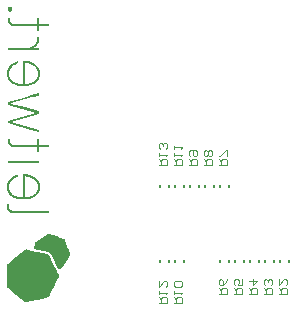
<source format=gbo>
%FSLAX25Y25*%
%MOIN*%
G70*
G01*
G75*
G04 Layer_Color=32896*
%ADD10R,0.03150X0.03150*%
%ADD11R,0.03937X0.03937*%
%ADD12R,0.03740X0.03937*%
%ADD13O,0.01575X0.05906*%
%ADD14R,0.07087X0.07480*%
%ADD15R,0.06299X0.07480*%
%ADD16R,0.07284X0.05315*%
%ADD17R,0.05315X0.07284*%
%ADD18R,0.03937X0.03740*%
%ADD19R,0.08661X0.12992*%
%ADD20R,0.08661X0.03740*%
%ADD21C,0.01969*%
%ADD22C,0.00787*%
%ADD23C,0.01181*%
%ADD24C,0.03937*%
%ADD25O,0.04724X0.07480*%
%ADD26O,0.04134X0.04921*%
%ADD27C,0.07087*%
%ADD28O,0.03937X0.04724*%
%ADD29P,0.06494X8X202.5*%
%ADD30R,0.06000X0.06000*%
%ADD31C,0.23622*%
%ADD32C,0.04724*%
%ADD33C,0.02362*%
%ADD34R,0.03937X0.03937*%
%ADD35C,0.02362*%
%ADD36C,0.00984*%
%ADD37C,0.01000*%
%ADD38C,0.00591*%
%ADD39C,0.00492*%
%ADD40R,0.02559X0.02559*%
%ADD41R,0.03347X0.03347*%
%ADD42R,0.03150X0.03347*%
%ADD43O,0.00984X0.05315*%
%ADD44R,0.06496X0.06890*%
%ADD45R,0.05709X0.06890*%
%ADD46R,0.06693X0.04724*%
%ADD47R,0.04724X0.06693*%
%ADD48R,0.03347X0.03150*%
%ADD49R,0.08071X0.12402*%
%ADD50R,0.08071X0.03150*%
%ADD51R,0.03450X0.03450*%
%ADD52R,0.04237X0.04237*%
%ADD53R,0.04040X0.04237*%
%ADD54O,0.01875X0.06206*%
%ADD55R,0.07387X0.07780*%
%ADD56R,0.06599X0.07780*%
%ADD57R,0.07584X0.05615*%
%ADD58R,0.05615X0.07584*%
%ADD59R,0.04237X0.04040*%
%ADD60R,0.08961X0.13292*%
%ADD61R,0.08961X0.04040*%
%ADD62O,0.05024X0.07780*%
%ADD63O,0.04434X0.05221*%
%ADD64C,0.07387*%
%ADD65O,0.04237X0.05024*%
%ADD66P,0.06819X8X202.5*%
%ADD67R,0.06300X0.06300*%
%ADD68C,0.23922*%
%ADD69C,0.05024*%
%ADD70C,0.00300*%
%ADD71R,0.04237X0.04237*%
%ADD72R,0.03347X0.03347*%
G36*
X-71130Y-6169D02*
D01*
X-70627Y-6217D01*
D01*
X-70140Y-6303D01*
X-70140D01*
X-69669Y-6419D01*
X-69669Y-6419D01*
X-69221Y-6569D01*
X-69221D01*
X-68801Y-6748D01*
X-68801Y-6748D01*
X-68407Y-6960D01*
X-68407D01*
X-68041Y-7203D01*
Y-7203D01*
X-67715Y-7476D01*
Y-7476D01*
X-67417Y-7783D01*
D01*
X-67160Y-8117D01*
D01*
X-66936Y-8485D01*
X-66760Y-8882D01*
X-66632Y-9308D01*
D01*
X-66558Y-9763D01*
D01*
X-66529Y-10247D01*
X-66561Y-10772D01*
D01*
X-66641Y-11266D01*
D01*
X-66789Y-11721D01*
X-66988Y-12137D01*
X-67237Y-12522D01*
D01*
X-67519Y-12874D01*
X-67519D01*
X-67846Y-13191D01*
D01*
X-68205Y-13476D01*
X-68205D01*
X-68602Y-13729D01*
X-68602Y-13729D01*
X-69025Y-13947D01*
X-69025Y-13947D01*
X-69486Y-14130D01*
X-69486Y-14130D01*
X-69973Y-14281D01*
D01*
X-70480Y-14399D01*
X-70480D01*
X-71002Y-14482D01*
D01*
X-71527Y-14530D01*
D01*
X-72069Y-14550D01*
X-72633Y-14534D01*
D01*
X-73174Y-14482D01*
D01*
X-73693Y-14402D01*
X-73693D01*
X-74193Y-14290D01*
D01*
X-74667Y-14143D01*
D01*
X-75109Y-13963D01*
X-75109Y-13963D01*
X-75519Y-13752D01*
D01*
X-75897Y-13505D01*
D01*
X-76237Y-13227D01*
X-76541Y-12916D01*
D01*
X-76810Y-12570D01*
D01*
X-77038Y-12195D01*
X-77220Y-11785D01*
X-77349Y-11343D01*
D01*
X-77425Y-10869D01*
D01*
X-77454Y-10359D01*
X-77394Y-9542D01*
X-77211Y-8812D01*
D01*
X-76907Y-8164D01*
X-76477Y-7601D01*
D01*
X-75936Y-7126D01*
X-75292Y-6742D01*
D01*
X-74536Y-6447D01*
X-73674Y-6245D01*
Y-6944D01*
X-74369Y-7132D01*
X-74369Y-7132D01*
X-74369D01*
X-74975Y-7389D01*
X-74975Y-7389D01*
X-74975D01*
X-75510Y-7706D01*
X-75510Y-7706D01*
X-75510D01*
X-75959Y-8091D01*
X-75959Y-8091D01*
X-75959Y-8091D01*
X-76321Y-8546D01*
X-76321Y-8546D01*
X-76321Y-8546D01*
X-76574Y-9071D01*
Y-9071D01*
X-76574Y-9071D01*
X-76731Y-9673D01*
Y-9673D01*
X-76731Y-9673D01*
X-76782Y-10349D01*
Y-10350D01*
Y-10350D01*
X-76756Y-10769D01*
Y-10769D01*
Y-10769D01*
X-76689Y-11167D01*
X-76689Y-11167D01*
Y-11167D01*
X-76574Y-11535D01*
X-76574Y-11535D01*
Y-11535D01*
X-76420Y-11875D01*
X-76420Y-11875D01*
Y-11875D01*
X-76218Y-12189D01*
X-76218Y-12189D01*
Y-12189D01*
X-75987Y-12477D01*
D01*
X-75987Y-12477D01*
X-75721Y-12737D01*
X-75721D01*
X-75721Y-12737D01*
X-75420Y-12967D01*
X-75420D01*
Y-12967D01*
X-75097Y-13172D01*
X-75097D01*
X-75097Y-13172D01*
X-74741Y-13349D01*
X-74741D01*
X-74363Y-13502D01*
X-74363D01*
X-74363Y-13502D01*
X-73962Y-13624D01*
X-73962D01*
D01*
X-73539Y-13724D01*
D01*
X-73539Y-13724D01*
X-73110Y-13794D01*
X-73110D01*
D01*
X-72668Y-13836D01*
X-72668D01*
X-72668D01*
X-72216Y-13848D01*
X-72216D01*
D01*
X-72094D01*
X-72094Y-13848D01*
X-72094Y-13848D01*
X-72094Y-13848D01*
X-72094Y-13848D01*
X-72097D01*
Y-6169D01*
X-71998D01*
D01*
X-71998D01*
X-71947Y-6165D01*
D01*
X-71947D01*
X-71883Y-6159D01*
D01*
X-71819Y-6156D01*
D01*
X-71755Y-6152D01*
X-71697D01*
D01*
X-71697D01*
X-71649Y-6149D01*
X-71130Y-6169D01*
D02*
G37*
G36*
X-66773Y-2516D02*
X-77211D01*
Y-1814D01*
X-66773D01*
Y-2516D01*
D02*
G37*
G36*
X-66770Y3684D02*
X-66770Y3684D01*
X-66769Y3684D01*
X-63521D01*
Y2985D01*
X-66769D01*
X-66770Y2985D01*
X-66770Y2985D01*
Y1230D01*
X-67442D01*
Y2982D01*
X-67442Y2982D01*
X-67442Y2982D01*
X-75151D01*
X-75523Y3011D01*
D01*
X-75853Y3078D01*
X-76128Y3175D01*
D01*
X-76368Y3300D01*
X-76573Y3447D01*
D01*
X-76746Y3610D01*
Y3610D01*
X-76887Y3796D01*
D01*
X-77006Y3995D01*
D01*
X-77092Y4213D01*
D01*
X-77156Y4443D01*
Y4443D01*
X-77195Y4690D01*
D01*
X-77217Y4946D01*
D01*
X-77224Y5206D01*
X-77220Y5469D01*
D01*
X-77208Y5731D01*
X-76542D01*
Y5264D01*
X-76535Y5052D01*
D01*
Y5052D01*
X-76516Y4856D01*
D01*
Y4856D01*
X-76490Y4674D01*
X-76490Y4674D01*
Y4674D01*
X-76439Y4504D01*
X-76439Y4504D01*
Y4504D01*
X-76369Y4350D01*
X-76369Y4350D01*
D01*
X-76285Y4209D01*
X-76285Y4209D01*
X-76285Y4209D01*
X-76176Y4084D01*
X-76176Y4084D01*
Y4084D01*
X-76048Y3978D01*
X-76048Y3978D01*
X-76048Y3978D01*
X-75894Y3886D01*
X-75894D01*
X-75894Y3886D01*
X-75725Y3812D01*
X-75725D01*
X-75725Y3812D01*
X-75526Y3757D01*
D01*
X-75526Y3757D01*
X-75295Y3716D01*
X-75295D01*
X-75295D01*
X-75032Y3693D01*
X-75032D01*
D01*
X-74731Y3684D01*
X-74731D01*
D01*
X-67445D01*
X-67445Y3684D01*
X-67445Y3684D01*
Y5750D01*
X-66770D01*
Y3684D01*
D02*
G37*
G36*
X-63296Y-26007D02*
X-62111Y-26421D01*
X-60922Y-26837D01*
X-59734Y-27254D01*
X-58551Y-27667D01*
X-58551D01*
X-58455Y-27718D01*
X-58359Y-27795D01*
D01*
X-58286Y-27888D01*
X-58231Y-27984D01*
D01*
X-57815Y-29169D01*
X-57401Y-30358D01*
X-56991Y-31544D01*
X-56575Y-32729D01*
X-56575Y-32729D01*
X-56549Y-32838D01*
X-56552Y-32960D01*
D01*
X-56581Y-33075D01*
X-56623Y-33178D01*
D01*
X-57292Y-34241D01*
X-58632Y-36369D01*
X-59298Y-37432D01*
X-59368Y-37516D01*
Y-37516D01*
X-59461Y-37589D01*
X-59574Y-37644D01*
D01*
X-59679Y-37672D01*
D01*
X-59868Y-37695D01*
X-60063Y-37714D01*
X-60445Y-37759D01*
X-61044Y-36519D01*
X-61640Y-35283D01*
X-62835Y-32803D01*
X-62835Y-32803D01*
Y-32803D01*
X-62982Y-32572D01*
X-62982Y-32572D01*
X-62982Y-32572D01*
X-63184Y-32370D01*
X-63184Y-32370D01*
X-63184Y-32370D01*
X-63424Y-32216D01*
X-63424Y-32216D01*
X-63424Y-32216D01*
X-63687Y-32123D01*
X-63687D01*
D01*
X-68451Y-31034D01*
X-68342Y-30073D01*
X-68294Y-29592D01*
D01*
X-68237Y-29112D01*
D01*
X-68208Y-29006D01*
X-68157Y-28901D01*
X-68083Y-28804D01*
D01*
X-67996Y-28734D01*
X-67996D01*
X-64808Y-26725D01*
X-63742Y-26059D01*
X-63642Y-26011D01*
X-63521Y-25988D01*
D01*
X-63405Y-25985D01*
X-63296Y-26007D01*
D02*
G37*
G36*
X-71063Y-31198D02*
X-71063D01*
X-69259Y-31608D01*
X-69259Y-31608D01*
X-67452Y-32021D01*
X-65654Y-32431D01*
X-63851Y-32845D01*
X-63851Y-32845D01*
X-63748Y-32883D01*
X-63687Y-32922D01*
X-63649Y-32947D01*
X-63649Y-32947D01*
X-63559Y-33030D01*
X-63559Y-33031D01*
X-63542Y-33059D01*
X-63502Y-33123D01*
X-62931Y-34302D01*
X-62361Y-35485D01*
X-61794Y-36667D01*
X-61227Y-37846D01*
Y-37846D01*
X-60990Y-38330D01*
X-60756Y-38817D01*
X-60291Y-39784D01*
X-60259Y-39890D01*
X-60243Y-40008D01*
X-60259Y-40130D01*
D01*
X-60291Y-40233D01*
X-61092Y-41899D01*
X-61896Y-43565D01*
X-62701Y-45231D01*
X-63502Y-46897D01*
X-63559Y-46990D01*
X-63649Y-47073D01*
D01*
X-63748Y-47137D01*
X-63851Y-47175D01*
X-65654Y-47589D01*
X-67452Y-48002D01*
X-71063Y-48822D01*
X-71063D01*
X-71172Y-48832D01*
X-71287Y-48816D01*
X-71406Y-48777D01*
X-71498Y-48723D01*
X-71498D01*
X-72943Y-47570D01*
X-74388Y-46419D01*
X-74388D01*
X-77281Y-44113D01*
Y-44113D01*
X-77358Y-44032D01*
D01*
X-77419Y-43930D01*
D01*
X-77461Y-43818D01*
X-77474Y-43709D01*
Y-36311D01*
X-77461Y-36202D01*
X-77419Y-36090D01*
D01*
X-77358Y-35988D01*
X-77281Y-35908D01*
Y-35908D01*
X-75833Y-34754D01*
X-74388Y-33604D01*
X-72943Y-32451D01*
X-71498Y-31297D01*
D01*
X-71406Y-31239D01*
X-71287Y-31204D01*
D01*
X-71172Y-31188D01*
X-71063Y-31198D01*
D02*
G37*
G36*
X-76853Y-16398D02*
Y-16633D01*
D01*
Y-16633D01*
X-76849Y-16853D01*
Y-16853D01*
Y-16853D01*
X-76833Y-17059D01*
Y-17059D01*
Y-17059D01*
X-76804Y-17248D01*
X-76804Y-17248D01*
D01*
X-76763Y-17424D01*
Y-17424D01*
X-76699Y-17584D01*
X-76699Y-17584D01*
Y-17584D01*
X-76618Y-17728D01*
X-76618Y-17728D01*
Y-17728D01*
X-76522Y-17860D01*
X-76522Y-17860D01*
X-76522Y-17860D01*
X-76404Y-17972D01*
X-76404D01*
X-76404Y-17972D01*
X-76266Y-18065D01*
X-76266D01*
X-76266Y-18065D01*
X-76112Y-18142D01*
X-76112D01*
X-76112Y-18142D01*
X-75930Y-18199D01*
X-75930D01*
X-75930Y-18199D01*
X-75721Y-18241D01*
X-75721D01*
D01*
X-75481Y-18267D01*
X-75481D01*
D01*
X-75209Y-18276D01*
X-75209D01*
D01*
X-63524D01*
Y-19003D01*
X-75590D01*
X-75929Y-18971D01*
X-75929D01*
X-76227Y-18904D01*
X-76227D01*
X-76477Y-18801D01*
D01*
X-76698Y-18670D01*
X-76881Y-18519D01*
Y-18519D01*
X-77044Y-18350D01*
D01*
X-77172Y-18161D01*
D01*
X-77278Y-17952D01*
X-77358Y-17725D01*
X-77358Y-17725D01*
X-77416Y-17485D01*
Y-17485D01*
X-77451Y-17232D01*
D01*
X-77464Y-16966D01*
X-77474Y-16696D01*
X-77470Y-16424D01*
D01*
X-77461Y-16146D01*
X-76849D01*
X-76853Y-16398D01*
D02*
G37*
G36*
X-66770Y44025D02*
X-66770Y44025D01*
X-66769Y44025D01*
X-63521D01*
Y43323D01*
X-66769D01*
X-66770Y43323D01*
X-66770Y43323D01*
Y41568D01*
X-67442D01*
Y43323D01*
X-67442Y43323D01*
X-67442Y43323D01*
X-74728D01*
D01*
X-74728D01*
X-75151Y43319D01*
X-75523Y43353D01*
D01*
X-75853Y43416D01*
X-76128Y43516D01*
D01*
X-76368Y43640D01*
X-76573Y43785D01*
D01*
X-76746Y43951D01*
Y43951D01*
X-76887Y44134D01*
D01*
X-77006Y44336D01*
D01*
X-77092Y44550D01*
X-77092Y44550D01*
X-77156Y44781D01*
Y44781D01*
X-77195Y45028D01*
D01*
X-77217Y45284D01*
D01*
X-77224Y45543D01*
X-77220Y45806D01*
D01*
X-77208Y46072D01*
X-76542D01*
Y45605D01*
X-76535Y45393D01*
D01*
Y45393D01*
X-76516Y45194D01*
X-76490Y45011D01*
X-76490Y45011D01*
Y45011D01*
X-76439Y44845D01*
X-76439Y44845D01*
Y44845D01*
X-76369Y44690D01*
X-76369Y44690D01*
D01*
X-76285Y44550D01*
X-76285Y44550D01*
X-76285Y44550D01*
X-76176Y44425D01*
X-76176Y44425D01*
Y44425D01*
X-76048Y44316D01*
X-76048Y44316D01*
X-76048Y44316D01*
X-75894Y44226D01*
X-75894D01*
X-75894Y44226D01*
X-75725Y44152D01*
X-75725D01*
X-75725Y44152D01*
X-75526Y44095D01*
X-75526D01*
X-75526Y44095D01*
X-75295Y44057D01*
X-75295D01*
D01*
X-75032Y44031D01*
X-75032D01*
X-75032D01*
X-74731Y44025D01*
X-67445D01*
X-67445Y44025D01*
X-67445Y44025D01*
Y46091D01*
X-66770D01*
Y44025D01*
D02*
G37*
G36*
X-66715Y39219D02*
X-66738Y38905D01*
D01*
X-66792Y38597D01*
Y38597D01*
X-66866Y38293D01*
D01*
X-66962Y38001D01*
D01*
X-67074Y37722D01*
X-67212Y37456D01*
Y37456D01*
X-67359Y37203D01*
D01*
X-67529Y36969D01*
X-67529D01*
X-67718Y36752D01*
X-67920Y36556D01*
D01*
X-68134Y36378D01*
D01*
X-68362Y36216D01*
D01*
X-68596Y36085D01*
X-68839Y35983D01*
X-68839D01*
X-69089Y35902D01*
X-69089Y35902D01*
X-69089Y35902D01*
X-69089Y35902D01*
X-69089Y35902D01*
Y35902D01*
X-69089Y35902D01*
Y35848D01*
X-69089Y35848D01*
X-69089Y35848D01*
X-69089Y35848D01*
X-69089Y35848D01*
Y35851D01*
X-66770D01*
Y35150D01*
X-77208D01*
Y35851D01*
X-71505D01*
D01*
X-71505D01*
X-71216Y35865D01*
D01*
X-71216D01*
X-70957Y35884D01*
X-70714Y35909D01*
D01*
X-70713D01*
X-70489Y35944D01*
D01*
X-70489D01*
X-70281Y35983D01*
X-70281Y35983D01*
X-70082Y36031D01*
D01*
X-70082D01*
X-69893Y36085D01*
D01*
X-69893D01*
X-69714Y36146D01*
X-69714Y36146D01*
X-69550Y36213D01*
X-69550D01*
X-69387Y36290D01*
X-69387Y36290D01*
D01*
X-69230Y36377D01*
X-69230D01*
X-69089Y36466D01*
X-69089Y36466D01*
D01*
X-68945Y36569D01*
X-68945D01*
X-68801Y36678D01*
X-68801D01*
X-68647Y36796D01*
Y36796D01*
X-68647D01*
X-68499Y36922D01*
Y36922D01*
X-68499D01*
X-68186Y37248D01*
X-68186Y37248D01*
X-67929Y37581D01*
X-67929Y37581D01*
X-67929Y37581D01*
X-67734Y37924D01*
Y37924D01*
X-67734Y37924D01*
X-67605Y38276D01*
Y38276D01*
D01*
X-67519Y38623D01*
D01*
X-67519Y38623D01*
X-67474Y38946D01*
Y38946D01*
Y38946D01*
X-67458Y39253D01*
Y39253D01*
Y39253D01*
X-67484Y39539D01*
X-66715D01*
Y39219D01*
D02*
G37*
G36*
X-71130Y31664D02*
D01*
X-70627Y31613D01*
D01*
X-70140Y31529D01*
X-70140D01*
X-69669Y31414D01*
X-69669Y31414D01*
X-69221Y31263D01*
X-69221D01*
X-68801Y31084D01*
X-68801Y31084D01*
X-68407Y30873D01*
X-68407D01*
X-68041Y30629D01*
D01*
X-67715Y30354D01*
X-67417Y30049D01*
D01*
X-67160Y29713D01*
D01*
X-66936Y29344D01*
D01*
X-66763Y28947D01*
D01*
X-66632Y28520D01*
Y28520D01*
X-66558Y28066D01*
D01*
X-66529Y27582D01*
X-66561Y27056D01*
D01*
X-66648Y26567D01*
Y26567D01*
X-66789Y26111D01*
X-66991Y25692D01*
X-67237Y25307D01*
D01*
X-67519Y24955D01*
X-67519D01*
X-67846Y24638D01*
Y24638D01*
X-68205Y24353D01*
X-68205D01*
X-68602Y24103D01*
D01*
X-69025Y23885D01*
D01*
X-69486Y23702D01*
X-69486Y23702D01*
X-69973Y23551D01*
D01*
X-70483Y23433D01*
X-70483D01*
X-71002Y23350D01*
D01*
X-71527Y23299D01*
D01*
X-72072Y23283D01*
X-72633Y23299D01*
D01*
X-73174Y23347D01*
D01*
X-73696Y23430D01*
X-73696D01*
X-74193Y23542D01*
X-74193D01*
X-74667Y23690D01*
D01*
X-75109Y23866D01*
X-75109Y23866D01*
X-75519Y24081D01*
X-75519D01*
X-75897Y24327D01*
X-75897D01*
X-76237Y24606D01*
X-76541Y24917D01*
Y24917D01*
X-76810Y25259D01*
Y25259D01*
X-77038Y25637D01*
X-77220Y26044D01*
D01*
X-77349Y26486D01*
D01*
X-77425Y26963D01*
D01*
X-77454Y27473D01*
X-77394Y28290D01*
D01*
X-77211Y29021D01*
X-76907Y29667D01*
X-76477Y30231D01*
X-75936Y30706D01*
X-75292Y31090D01*
X-75292D01*
X-74536Y31385D01*
X-74536Y31385D01*
X-73674Y31587D01*
Y30885D01*
X-74369Y30696D01*
X-74369Y30696D01*
X-74369D01*
X-74975Y30443D01*
X-74975Y30443D01*
X-74975D01*
X-75510Y30123D01*
X-75510Y30123D01*
X-75510Y30123D01*
X-75959Y29739D01*
X-75959Y29739D01*
X-75959D01*
X-76321Y29287D01*
X-76321Y29287D01*
X-76321Y29287D01*
X-76574Y28758D01*
Y28758D01*
X-76574Y28758D01*
X-76731Y28155D01*
Y28155D01*
X-76731Y28155D01*
X-76782Y27480D01*
Y27479D01*
Y27479D01*
X-76756Y27060D01*
Y27060D01*
Y27060D01*
X-76689Y26663D01*
X-76689Y26663D01*
Y26663D01*
X-76574Y26294D01*
X-76574Y26294D01*
Y26294D01*
X-76420Y25954D01*
X-76420Y25954D01*
Y25954D01*
X-76218Y25637D01*
X-76218Y25637D01*
Y25637D01*
X-75987Y25352D01*
D01*
X-75987Y25352D01*
X-75721Y25092D01*
X-75721D01*
X-75721Y25092D01*
X-75420Y24861D01*
X-75420D01*
Y24861D01*
X-75097Y24656D01*
X-75097D01*
X-75097Y24656D01*
X-74741Y24480D01*
X-74741D01*
X-74363Y24330D01*
X-74363D01*
D01*
X-73962Y24205D01*
X-73962D01*
D01*
X-73539Y24108D01*
D01*
X-73539Y24108D01*
X-73110Y24038D01*
X-73110D01*
D01*
X-72668Y23997D01*
X-72668D01*
D01*
X-72216Y23984D01*
X-72216D01*
D01*
X-72094D01*
X-72094Y23984D01*
X-72094Y23984D01*
X-72094Y23984D01*
X-72094Y23984D01*
X-72097D01*
Y31660D01*
X-72053D01*
D01*
X-72053D01*
X-71998Y31664D01*
X-71947Y31666D01*
X-71883Y31670D01*
D01*
X-71883D01*
X-71819Y31676D01*
X-71755D01*
D01*
X-71755D01*
X-71697Y31679D01*
X-71649D01*
X-71130Y31664D01*
D02*
G37*
G36*
X-66773Y20111D02*
X-69160Y19448D01*
X-69160D01*
X-71547Y18784D01*
X-71547D01*
X-73930Y18118D01*
X-76311Y17455D01*
X-76311Y17455D01*
X-76311Y17455D01*
X-76311Y17454D01*
X-76311Y17454D01*
Y17454D01*
X-76311Y17454D01*
Y17416D01*
X-76311Y17416D01*
X-76311Y17416D01*
X-76311Y17416D01*
X-76311Y17416D01*
X-76311Y17416D01*
X-76311Y17416D01*
X-71547Y16115D01*
X-71547D01*
D01*
X-69160Y15465D01*
X-66773Y14814D01*
Y13872D01*
X-69160Y13226D01*
X-71547Y12581D01*
D01*
X-71547D01*
X-76311Y11287D01*
X-76311Y11287D01*
X-76311Y11287D01*
X-76311Y11287D01*
X-76311Y11287D01*
X-76311Y11287D01*
X-76311Y11287D01*
Y11251D01*
X-76311Y11251D01*
X-76311Y11251D01*
X-76311Y11251D01*
X-76311Y11251D01*
X-76311Y11251D01*
X-76311Y11251D01*
X-73930Y10585D01*
X-73930D01*
D01*
X-71547Y9915D01*
X-69160Y9245D01*
X-69160D01*
D01*
X-66773Y8576D01*
Y7820D01*
X-69384Y8570D01*
X-77208Y10829D01*
Y11713D01*
X-74840Y12370D01*
X-70114Y13676D01*
D01*
X-70114D01*
X-67747Y14334D01*
X-67747Y14334D01*
X-67747Y14334D01*
X-67746Y14334D01*
X-67746Y14334D01*
Y14334D01*
X-67746Y14334D01*
Y14369D01*
X-67746Y14369D01*
Y14369D01*
X-67746Y14369D01*
X-67747Y14369D01*
X-67747Y14369D01*
X-67747Y14369D01*
X-70114Y15020D01*
X-72476Y15673D01*
D01*
X-77208Y16974D01*
Y17842D01*
X-74597Y18605D01*
X-71992Y19363D01*
X-69384Y20126D01*
X-66773Y20886D01*
Y20111D01*
D02*
G37*
G36*
X-76170Y49625D02*
X-75914Y49448D01*
X-75741Y49193D01*
X-75677Y48875D01*
X-75741Y48558D01*
X-75914Y48299D01*
X-76170Y48126D01*
X-76490Y48062D01*
X-76807Y48126D01*
X-77064Y48299D01*
X-77240Y48558D01*
X-77301Y48875D01*
X-77240Y49193D01*
X-77064Y49448D01*
X-76807Y49625D01*
X-76490Y49689D01*
X-76170Y49625D01*
D02*
G37*
%LPC*%
G36*
X-71418Y30959D02*
X-71418D01*
X-71418D01*
X-71418Y30959D01*
X-71418Y30959D01*
Y30959D01*
X-71418D01*
X-71418Y30959D01*
X-71419Y30959D01*
Y30959D01*
D01*
Y24003D01*
Y24003D01*
Y24003D01*
X-71418Y24003D01*
X-71418Y24003D01*
X-71418Y24003D01*
D01*
X-71418Y24003D01*
X-71418Y24003D01*
X-71418D01*
X-71418D01*
X-71021Y24042D01*
D01*
X-71021D01*
X-70624Y24103D01*
D01*
X-70624D01*
X-70227Y24189D01*
D01*
X-70226D01*
X-69839Y24298D01*
D01*
X-69839D01*
X-69467Y24432D01*
X-69467Y24432D01*
X-69467D01*
X-69118Y24589D01*
X-69118Y24589D01*
X-69118D01*
X-68791Y24772D01*
X-68791Y24772D01*
X-68791D01*
X-68493Y24984D01*
D01*
X-68493Y24984D01*
X-68217Y25218D01*
Y25218D01*
X-68217D01*
X-67964Y25477D01*
Y25477D01*
X-67964Y25477D01*
X-67750Y25765D01*
Y25765D01*
X-67750D01*
X-67554Y26076D01*
Y26076D01*
X-67554Y26076D01*
X-67404Y26412D01*
Y26412D01*
X-67404Y26412D01*
X-67288Y26775D01*
Y26775D01*
X-67288Y26775D01*
X-67221Y27162D01*
Y27162D01*
Y27162D01*
X-67202Y27572D01*
Y27572D01*
Y27572D01*
X-67221Y27960D01*
Y27960D01*
Y27960D01*
X-67285Y28325D01*
X-67285Y28325D01*
Y28325D01*
X-67397Y28668D01*
X-67397Y28668D01*
Y28668D01*
X-67548Y28989D01*
X-67548Y28989D01*
Y28989D01*
X-67730Y29287D01*
X-67730Y29287D01*
Y29287D01*
X-67952Y29562D01*
D01*
X-67952Y29562D01*
X-68195Y29815D01*
X-68195Y29815D01*
D01*
X-68471Y30046D01*
X-68471Y30046D01*
D01*
X-68772Y30248D01*
X-68772D01*
X-68772Y30248D01*
X-69092Y30428D01*
X-69092D01*
X-69092Y30428D01*
X-69438Y30578D01*
X-69438Y30578D01*
X-69807Y30700D01*
X-69807D01*
D01*
X-70194Y30799D01*
D01*
X-70194Y30799D01*
X-70595Y30876D01*
X-70595D01*
D01*
X-71002Y30930D01*
X-71002D01*
X-71002D01*
X-71418Y30959D01*
D02*
G37*
G36*
Y-6870D02*
X-71418D01*
X-71418D01*
X-71418Y-6870D01*
X-71418Y-6870D01*
Y-6870D01*
X-71418D01*
X-71418Y-6870D01*
X-71419Y-6870D01*
Y-6870D01*
Y-6870D01*
Y-13829D01*
Y-13829D01*
Y-13829D01*
X-71418Y-13829D01*
X-71418Y-13829D01*
X-71418Y-13829D01*
D01*
X-71418Y-13829D01*
X-71418Y-13829D01*
X-71418D01*
X-71418D01*
X-71021Y-13791D01*
D01*
X-71021D01*
X-70624Y-13727D01*
D01*
X-70624D01*
X-70227Y-13640D01*
D01*
X-70226D01*
X-69839Y-13531D01*
D01*
X-69839D01*
X-69467Y-13400D01*
X-69467Y-13400D01*
X-69467D01*
X-69118Y-13240D01*
X-69118Y-13240D01*
D01*
X-68791Y-13057D01*
X-68791Y-13057D01*
X-68791D01*
X-68493Y-12845D01*
D01*
X-68493Y-12845D01*
X-68217Y-12612D01*
Y-12612D01*
X-68217D01*
X-67964Y-12352D01*
Y-12352D01*
X-67964Y-12352D01*
X-67750Y-12067D01*
Y-12067D01*
X-67750D01*
X-67554Y-11756D01*
Y-11756D01*
X-67554Y-11756D01*
X-67404Y-11420D01*
Y-11420D01*
X-67404Y-11420D01*
X-67288Y-11058D01*
Y-11058D01*
X-67288Y-11058D01*
X-67221Y-10670D01*
Y-10670D01*
Y-10670D01*
X-67202Y-10260D01*
Y-10260D01*
Y-10260D01*
X-67221Y-9872D01*
Y-9872D01*
Y-9872D01*
X-67285Y-9507D01*
X-67285Y-9507D01*
Y-9507D01*
X-67397Y-9164D01*
X-67397Y-9164D01*
Y-9164D01*
X-67548Y-8844D01*
X-67548Y-8844D01*
Y-8844D01*
X-67730Y-8542D01*
X-67730Y-8542D01*
Y-8542D01*
X-67952Y-8270D01*
D01*
X-67952Y-8270D01*
X-68195Y-8017D01*
X-68195Y-8017D01*
D01*
X-68471Y-7789D01*
X-68471Y-7789D01*
D01*
X-68772Y-7584D01*
X-68772D01*
X-68772Y-7584D01*
X-69092Y-7405D01*
X-69092D01*
X-69438Y-7254D01*
X-69438D01*
X-69438Y-7254D01*
X-69807Y-7129D01*
X-69807D01*
D01*
X-70194Y-7030D01*
X-70194Y-7030D01*
X-70595Y-6956D01*
X-70595D01*
D01*
X-71002Y-6902D01*
X-71418Y-6870D01*
D02*
G37*
%LPD*%
D22*
X-6575Y-10394D02*
Y-9606D01*
X-3425Y-10394D02*
Y-9606D01*
X-11575Y-10394D02*
Y-9606D01*
X-8425Y-10394D02*
Y-9606D01*
X-16575Y-10394D02*
Y-9606D01*
X-13425Y-10394D02*
Y-9606D01*
X-21575Y-10394D02*
Y-9606D01*
X-18425Y-10394D02*
Y-9606D01*
X-26575Y-10394D02*
Y-9606D01*
X-23425Y-10394D02*
Y-9606D01*
X13425Y-35394D02*
Y-34606D01*
X16575Y-35394D02*
Y-34606D01*
X8425Y-35394D02*
Y-34606D01*
X11575Y-35394D02*
Y-34606D01*
X3425Y-35394D02*
Y-34606D01*
X6575Y-35394D02*
Y-34606D01*
X-1575Y-35394D02*
Y-34606D01*
X1575Y-35394D02*
Y-34606D01*
X-6575Y-35394D02*
Y-34606D01*
X-3425Y-35394D02*
Y-34606D01*
X-21575Y-35394D02*
Y-34606D01*
X-18425Y-35394D02*
Y-34606D01*
X-26575Y-35394D02*
Y-34606D01*
X-23425Y-35394D02*
Y-34606D01*
D39*
X-7000Y-3000D02*
X-4048D01*
Y-1524D01*
X-4540Y-1032D01*
X-5524D01*
X-6016Y-1524D01*
Y-3000D01*
Y-2016D02*
X-7000Y-1032D01*
X-4048Y-48D02*
Y1920D01*
X-4540D01*
X-6508Y-48D01*
X-7000D01*
X-12000Y-3000D02*
X-9048D01*
Y-1524D01*
X-9540Y-1032D01*
X-10524D01*
X-11016Y-1524D01*
Y-3000D01*
Y-2016D02*
X-12000Y-1032D01*
X-9540Y-48D02*
X-9048Y444D01*
Y1428D01*
X-9540Y1920D01*
X-10032D01*
X-10524Y1428D01*
X-11016Y1920D01*
X-11508D01*
X-12000Y1428D01*
Y444D01*
X-11508Y-48D01*
X-11016D01*
X-10524Y444D01*
X-10032Y-48D01*
X-9540D01*
X-10524Y444D02*
Y1428D01*
X-17000Y-3000D02*
X-14048D01*
Y-1524D01*
X-14540Y-1032D01*
X-15524D01*
X-16016Y-1524D01*
Y-3000D01*
Y-2016D02*
X-17000Y-1032D01*
X-16508Y-48D02*
X-17000Y444D01*
Y1428D01*
X-16508Y1920D01*
X-14540D01*
X-14048Y1428D01*
Y444D01*
X-14540Y-48D01*
X-15032D01*
X-15524Y444D01*
Y1920D01*
X-22000Y-3000D02*
X-19048D01*
Y-1524D01*
X-19540Y-1032D01*
X-20524D01*
X-21016Y-1524D01*
Y-3000D01*
Y-2016D02*
X-22000Y-1032D01*
Y-48D02*
Y936D01*
Y444D01*
X-19048D01*
X-19540Y-48D01*
X-22000Y2412D02*
Y3396D01*
Y2904D01*
X-19048D01*
X-19540Y2412D01*
X-27000Y-3000D02*
X-24048D01*
Y-1524D01*
X-24540Y-1032D01*
X-25524D01*
X-26016Y-1524D01*
Y-3000D01*
Y-2016D02*
X-27000Y-1032D01*
Y-48D02*
Y936D01*
Y444D01*
X-24048D01*
X-24540Y-48D01*
Y2412D02*
X-24048Y2904D01*
Y3887D01*
X-24540Y4380D01*
X-25032D01*
X-25524Y3887D01*
Y3396D01*
Y3887D01*
X-26016Y4380D01*
X-26508D01*
X-27000Y3887D01*
Y2904D01*
X-26508Y2412D01*
X13000Y-46000D02*
X15952D01*
Y-44524D01*
X15460Y-44032D01*
X14476D01*
X13984Y-44524D01*
Y-46000D01*
Y-45016D02*
X13000Y-44032D01*
Y-41080D02*
Y-43048D01*
X14968Y-41080D01*
X15460D01*
X15952Y-41572D01*
Y-42556D01*
X15460Y-43048D01*
X8000Y-46000D02*
X10952D01*
Y-44524D01*
X10460Y-44032D01*
X9476D01*
X8984Y-44524D01*
Y-46000D01*
Y-45016D02*
X8000Y-44032D01*
X10460Y-43048D02*
X10952Y-42556D01*
Y-41572D01*
X10460Y-41080D01*
X9968D01*
X9476Y-41572D01*
Y-42064D01*
Y-41572D01*
X8984Y-41080D01*
X8492D01*
X8000Y-41572D01*
Y-42556D01*
X8492Y-43048D01*
X3000Y-46000D02*
X5952D01*
Y-44524D01*
X5460Y-44032D01*
X4476D01*
X3984Y-44524D01*
Y-46000D01*
Y-45016D02*
X3000Y-44032D01*
Y-41572D02*
X5952D01*
X4476Y-43048D01*
Y-41080D01*
X-2000Y-46000D02*
X952D01*
Y-44524D01*
X460Y-44032D01*
X-524D01*
X-1016Y-44524D01*
Y-46000D01*
Y-45016D02*
X-2000Y-44032D01*
X952Y-41080D02*
Y-43048D01*
X-524D01*
X-32Y-42064D01*
Y-41572D01*
X-524Y-41080D01*
X-1508D01*
X-2000Y-41572D01*
Y-42556D01*
X-1508Y-43048D01*
X-7000Y-46000D02*
X-4048D01*
Y-44524D01*
X-4540Y-44032D01*
X-5524D01*
X-6016Y-44524D01*
Y-46000D01*
Y-45016D02*
X-7000Y-44032D01*
X-4048Y-41080D02*
X-4540Y-42064D01*
X-5524Y-43048D01*
X-6508D01*
X-7000Y-42556D01*
Y-41572D01*
X-6508Y-41080D01*
X-6016D01*
X-5524Y-41572D01*
Y-43048D01*
X-22000Y-49000D02*
X-19048D01*
Y-47524D01*
X-19540Y-47032D01*
X-20524D01*
X-21016Y-47524D01*
Y-49000D01*
Y-48016D02*
X-22000Y-47032D01*
Y-46048D02*
Y-45064D01*
Y-45556D01*
X-19048D01*
X-19540Y-46048D01*
Y-43588D02*
X-19048Y-43096D01*
Y-42112D01*
X-19540Y-41620D01*
X-21508D01*
X-22000Y-42112D01*
Y-43096D01*
X-21508Y-43588D01*
X-19540D01*
X-27000Y-49000D02*
X-24048D01*
Y-47524D01*
X-24540Y-47032D01*
X-25524D01*
X-26016Y-47524D01*
Y-49000D01*
Y-48016D02*
X-27000Y-47032D01*
Y-46048D02*
Y-45064D01*
Y-45556D01*
X-24048D01*
X-24540Y-46048D01*
X-27000Y-41620D02*
Y-43588D01*
X-25032Y-41620D01*
X-24540D01*
X-24048Y-42112D01*
Y-43096D01*
X-24540Y-43588D01*
M02*

</source>
